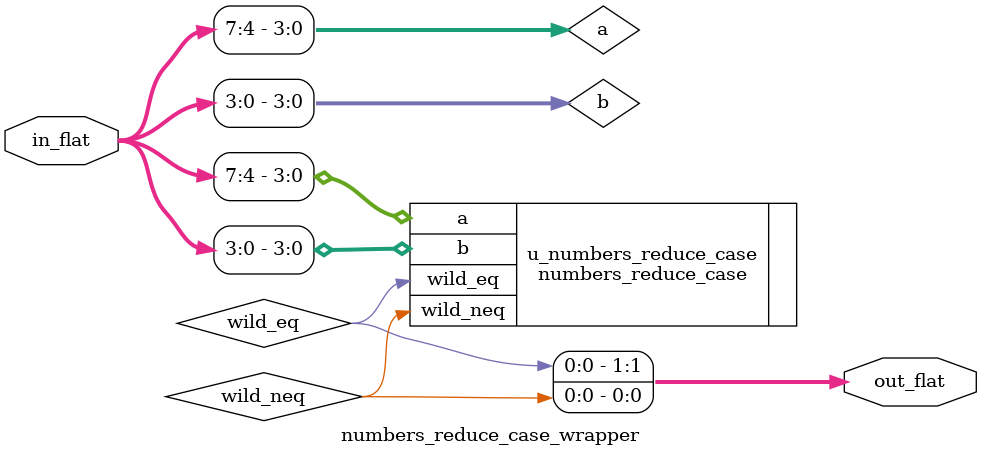
<source format=sv>

module numbers_reduce_case_wrapper (
    input  wire [7:0] in_flat,
    output wire [1:0] out_flat
);

  // Slice `in_flat` into original inputs
  wire [3:0] a = in_flat[7:4];
  wire [3:0] b = in_flat[3:0];

  // Wires to capture original module outputs
  wire wild_eq;
  wire wild_neq;

  // Instantiate the original module
  numbers_reduce_case u_numbers_reduce_case (
    .a(a),
    .b(b),
    .wild_eq(wild_eq),
    .wild_neq(wild_neq)
  );

  // Pack original outputs into `out_flat`
  assign out_flat[1] = wild_eq;
  assign out_flat[0] = wild_neq;

endmodule  // numbers_reduce_case_wrapper
</source>
